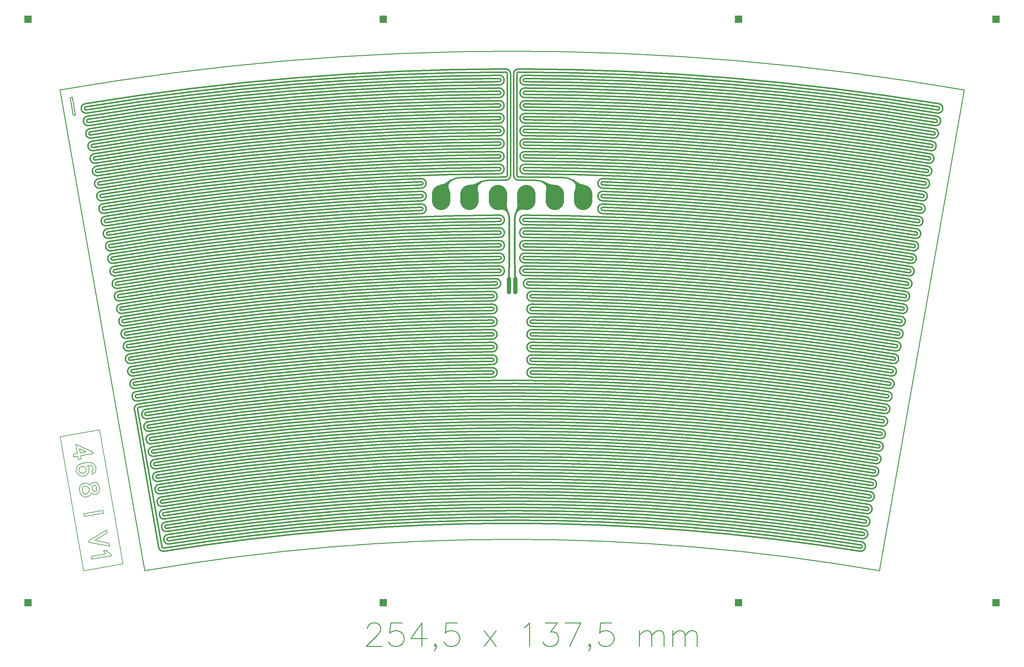
<source format=gbr>
%FSLAX36Y36*%
%MOIN*%
%SFA1.000B1.000*%

%MIA0B0*%
%IPPOS*%
%ADD14C,0.01969*%
%ADD16C,0.20472*%
%ADD18C,0.04724*%
%ADD20C,0.02362*%
%ADD40R,0.03731X0.03731*%
%ADD41R,0.03774X0.03774*%
%ADD42R,0.02611X0.02611*%
%ADD43C,0.01575*%
%ADD62C,0.01000*%
%ADD68R,0.07874X0.07874*%
%ADD74C,0.00738*%
%ADD75C,0.00369*%
%LNcopper.468-i-v1*%
%LPD*%
G54D20*
X6302910Y6296246D03*
X6636958Y6279947D03*
X7324928D03*
X7658975Y6296246D03*
G54D43*
X2252052Y7147407D03*
X2257756Y7112636D03*
X2263460Y7077864D03*
X2269164Y7043093D03*
X2276532Y7008594D03*
X2282234Y6973822D03*
X2287936Y6939051D03*
X2293638Y6904279D03*
X2301011Y6869781D03*
X2306711Y6835009D03*
X2312411Y6800237D03*
X2318111Y6765465D03*
X2325491Y6730968D03*
X2331189Y6696195D03*
X2336887Y6661423D03*
X2342585Y6626650D03*
X2349971Y6592155D03*
X2355667Y6557382D03*
X2361362Y6522609D03*
X2367058Y6487836D03*
X2374451Y6453341D03*
X2380144Y6418568D03*
X2385838Y6383795D03*
X2391532Y6349022D03*
X2398930Y6314528D03*
X2404622Y6279754D03*
X2410314Y6244981D03*
X2416005Y6210207D03*
X2423410Y6175714D03*
X2429100Y6140940D03*
X2434789Y6106166D03*
X2440479Y6071392D03*
X2447890Y6036900D03*
X2453578Y6002126D03*
X2459265Y5967352D03*
X2464952Y5932578D03*
X2472370Y5898086D03*
X2478055Y5863312D03*
X2483740Y5828537D03*
X2489426Y5793763D03*
X2496850Y5759272D03*
X2502533Y5724497D03*
X2508216Y5689723D03*
X2513899Y5654948D03*
X2521330Y5620458D03*
X2527011Y5585683D03*
X2532692Y5550908D03*
X2538372Y5516132D03*
X2545811Y5481644D03*
X2551489Y5446869D03*
X2557167Y5412093D03*
X2562846Y5377317D03*
X2570291Y5342830D03*
X2575967Y5308054D03*
X2581643Y5273278D03*
X2587319Y5238502D03*
X2594771Y5204016D03*
X2600445Y5169239D03*
X2606119Y5134463D03*
X2611793Y5099686D03*
X2619251Y5065201D03*
X2624923Y5030424D03*
X2630594Y4995647D03*
X2636266Y4960871D03*
X2643732Y4926386D03*
X2649401Y4891609D03*
X2655070Y4856832D03*
X2660739Y4822055D03*
X2668212Y4787572D03*
X2673879Y4752794D03*
X2679546Y4718017D03*
X2685213Y4683239D03*
X2692693Y4648757D03*
X2698357Y4613979D03*
X2704022Y4579201D03*
X2709686Y4544423D03*
X2717173Y4509942D03*
X2722835Y4475164D03*
X2728497Y4440385D03*
X2734159Y4405607D03*
X2741654Y4371127D03*
X2747313Y4336348D03*
X2752973Y4301569D03*
X2758632Y4266791D03*
X2766135Y4232312D03*
X2771792Y4197533D03*
X2777449Y4162753D03*
X2783106Y4127974D03*
X2790615Y4093496D03*
X2796270Y4058717D03*
X2801924Y4023937D03*
X2807579Y3989158D03*
X2815096Y3954681D03*
X2820748Y3919901D03*
X2826400Y3885121D03*
X2832052Y3850341D03*
X2839577Y3815865D03*
X2845226Y3781085D03*
X2830701Y3760635D03*
X2796000Y3754517D03*
X2921545Y3757683D03*
X2927098Y3722887D03*
X2932650Y3688091D03*
X2938203Y3653295D03*
X2946028Y3618861D03*
X2951577Y3584065D03*
X2957127Y3549269D03*
X2962677Y3514472D03*
X2970510Y3480040D03*
X2976057Y3445243D03*
X2981604Y3410446D03*
X2987150Y3375649D03*
X2994993Y3341218D03*
X3000537Y3306421D03*
X3006080Y3271623D03*
X3011623Y3236826D03*
X3019476Y3202396D03*
X3025017Y3167598D03*
X3030557Y3132800D03*
X3036097Y3098002D03*
X3043960Y3063574D03*
X3049496Y3028775D03*
X3055033Y2993977D03*
X3060570Y2959179D03*
X3068443Y2924752D03*
X3073976Y2889953D03*
X3079510Y2855154D03*
X3085044Y2820355D03*
X3092926Y2785929D03*
X3098456Y2751129D03*
X3103987Y2716330D03*
X3109517Y2681530D03*
X3117410Y2647106D03*
X3122936Y2612306D03*
X3128463Y2577506D03*
X3133990Y2542706D03*
X3141893Y2508283D03*
X3147417Y2473482D03*
X3152940Y2438682D03*
X3158463Y2403881D03*
X3166377Y2369460D03*
X3171897Y2334659D03*
X3177417Y2299857D03*
X3182937Y2265056D03*
X3120110Y2219314D03*
X3125730Y2184529D03*
X3099950Y2233648D03*
X3065249Y2227529D03*
X10836156Y2184529D03*
X10841775Y2219314D03*
X10847395Y2254100D03*
X10853014Y2288885D03*
X10860629Y2323348D03*
X10866251Y2358132D03*
X10871873Y2392917D03*
X10877496Y2427702D03*
X10885102Y2462166D03*
X10890727Y2496950D03*
X10896352Y2531735D03*
X10901977Y2566519D03*
X10909575Y2600984D03*
X10915203Y2635768D03*
X10920831Y2670552D03*
X10926459Y2705336D03*
X10934048Y2739802D03*
X10939679Y2774586D03*
X10945309Y2809369D03*
X10950940Y2844152D03*
X10958521Y2878620D03*
X10964155Y2913403D03*
X10975422Y2982969D03*
X10969788Y2948186D03*
X10982994Y3017438D03*
X10988630Y3052220D03*
X10994267Y3087003D03*
X10999903Y3121785D03*
X11007467Y3156255D03*
X11013106Y3191038D03*
X11018745Y3225820D03*
X11024384Y3260602D03*
X11031940Y3295073D03*
X11037582Y3329855D03*
X11043224Y3364636D03*
X11048865Y3399418D03*
X11056413Y3433890D03*
X11062058Y3468671D03*
X11067702Y3503453D03*
X11073346Y3538234D03*
X11080887Y3572707D03*
X11086534Y3607488D03*
X11092180Y3642269D03*
X11097827Y3677050D03*
X11105360Y3711524D03*
X11111009Y3746305D03*
X11116659Y3781085D03*
X11122308Y3815865D03*
X11129833Y3850341D03*
X11135485Y3885121D03*
X11141137Y3919901D03*
X11146789Y3954681D03*
X11154306Y3989158D03*
X11159961Y4023937D03*
X11165615Y4058717D03*
X11171270Y4093496D03*
X11178780Y4127974D03*
X11184437Y4162753D03*
X11190094Y4197533D03*
X11195751Y4232312D03*
X11203253Y4266791D03*
X11208912Y4301569D03*
X11214572Y4336348D03*
X11220231Y4371127D03*
X11227726Y4405607D03*
X11233388Y4440385D03*
X11239050Y4475164D03*
X11244712Y4509942D03*
X11252199Y4544423D03*
X11257864Y4579201D03*
X11263528Y4613979D03*
X11269193Y4648757D03*
X11276673Y4683239D03*
X11282339Y4718017D03*
X11288006Y4752794D03*
X11293673Y4787572D03*
X11301146Y4822055D03*
X11306815Y4856832D03*
X11312484Y4891609D03*
X11318154Y4926386D03*
X11325619Y4960871D03*
X11331291Y4995647D03*
X11336962Y5030424D03*
X11342634Y5065201D03*
X11350093Y5099686D03*
X11355767Y5134463D03*
X11361440Y5169239D03*
X11367114Y5204016D03*
X11374566Y5238502D03*
X11380242Y5273278D03*
X11385918Y5308054D03*
X11391594Y5342830D03*
X11399039Y5377317D03*
X11404718Y5412093D03*
X11410396Y5446869D03*
X11416075Y5481644D03*
X11423513Y5516132D03*
X11429194Y5550908D03*
X11434874Y5585683D03*
X11440555Y5620458D03*
X11447986Y5654948D03*
X11453669Y5689723D03*
X11459352Y5724497D03*
X11465035Y5759272D03*
X11472460Y5793763D03*
X11478145Y5828537D03*
X11483830Y5863312D03*
X11489515Y5898086D03*
X11496933Y5932578D03*
X11502620Y5967352D03*
X11508308Y6002126D03*
X11513995Y6036900D03*
X11521407Y6071392D03*
X11527096Y6106166D03*
X11532785Y6140940D03*
X11538475Y6175714D03*
X11545880Y6210207D03*
X11551572Y6244981D03*
X11557263Y6279754D03*
X11562955Y6314528D03*
X11570354Y6349022D03*
X11576047Y6383795D03*
X11581741Y6418568D03*
X11587435Y6453341D03*
X11594827Y6487836D03*
X11600523Y6522609D03*
X11606219Y6557382D03*
X11611914Y6592155D03*
X11619301Y6626650D03*
X11624998Y6661423D03*
X11630696Y6696195D03*
X11636394Y6730968D03*
X11643774Y6765465D03*
X11649474Y6800237D03*
X11655174Y6835009D03*
X11660874Y6869781D03*
X11668248Y6904279D03*
X11673950Y6939051D03*
X11679652Y6973822D03*
X11685354Y7008594D03*
X11692721Y7043093D03*
X11698425Y7077864D03*
X11704129Y7112636D03*
X11709833Y7147407D03*
X7051543Y7532616D03*
X7051458Y7497380D03*
X7033797Y7479761D03*
X6998561D03*
X6963325D03*
X6928088D03*
X6910428Y7497380D03*
X6910342Y7532616D03*
X6839742Y7461886D03*
X6839912Y7426651D03*
X6840083Y7391415D03*
X6840254Y7356179D03*
X6839740Y7320940D03*
X6839912Y7285704D03*
X6840084Y7250468D03*
X6840255Y7215232D03*
X6839739Y7179993D03*
X6839912Y7144757D03*
X6840256Y7074286D03*
X6840084Y7109522D03*
X7122144Y7461886D03*
X7121973Y7426651D03*
X7121802Y7391415D03*
X7121631Y7356179D03*
X7122145Y7320940D03*
X7121973Y7285704D03*
X7121802Y7250468D03*
X7121630Y7215232D03*
X7122146Y7179993D03*
X7121974Y7144757D03*
X7121801Y7109522D03*
X7121629Y7074286D03*
X7122147Y7039047D03*
X7121974Y7003811D03*
X7121801Y6968575D03*
X7121628Y6933339D03*
X7122149Y6898100D03*
X7121975Y6862864D03*
X7121800Y6827629D03*
X7121626Y6792393D03*
X7122150Y6757153D03*
X7121975Y6721918D03*
X7121800Y6686682D03*
X7121625Y6651446D03*
X7122151Y6616207D03*
X7121975Y6580971D03*
X7121800Y6545735D03*
X7121624Y6510500D03*
X7122153Y6475260D03*
X7121976Y6440024D03*
X7121799Y6404789D03*
X7121622Y6369553D03*
X7051371Y6334581D03*
X7051282Y6299345D03*
X7235833Y6298272D03*
X7543601Y6329019D03*
X7033797Y6352199D03*
X6998561D03*
X6963325D03*
X6928088D03*
X6910514Y6334581D03*
X6910603Y6299345D03*
X6726052Y6298272D03*
X6418284Y6329019D03*
X6840263Y6369553D03*
X6840086Y6404789D03*
X6839909Y6440024D03*
X6839733Y6475260D03*
X6840262Y6510500D03*
X6840086Y6545735D03*
X6839910Y6580971D03*
X6839734Y6616207D03*
X6840260Y6651446D03*
X6840085Y6686682D03*
X6839910Y6721918D03*
X6839735Y6757153D03*
X6840259Y6792393D03*
X6840085Y6827629D03*
X6839911Y6862864D03*
X6839737Y6898100D03*
X6840258Y6933339D03*
X6840084Y6968575D03*
X6839911Y7003811D03*
X6839738Y7039047D03*
X5975108Y6316607D03*
X5976373Y6281393D03*
X5977638Y6246180D03*
X5978903Y6210966D03*
X5975098Y6175570D03*
X5976370Y6140357D03*
X5977641Y6105144D03*
X5978913Y6069930D03*
X5975089Y6034533D03*
X5976367Y5999320D03*
X5977645Y5964107D03*
X5978923Y5928894D03*
X6842883Y5911489D03*
X6843059Y5876254D03*
X6843236Y5841018D03*
X6842881Y5770543D03*
X6843059Y5735307D03*
X6843236Y5700071D03*
X6843413Y5664835D03*
X6842880Y5629596D03*
X6843058Y5594360D03*
X6843236Y5559125D03*
X6843415Y5523889D03*
X6842879Y5488649D03*
X6843058Y5453414D03*
X6843237Y5418178D03*
X6843416Y5382942D03*
X6842877Y5347703D03*
X6843057Y5312467D03*
X6843237Y5277231D03*
X6843417Y5241995D03*
X6801752Y5206513D03*
X6801987Y5171278D03*
X6802221Y5136042D03*
X6802456Y5100807D03*
X6762302Y5065272D03*
X6762590Y5030037D03*
X6762878Y4994802D03*
X6763166Y4959567D03*
X6762300Y4924322D03*
X6762589Y4889087D03*
X6762879Y4853852D03*
X6763168Y4818617D03*
X6762297Y4783373D03*
X6762588Y4748138D03*
X6762880Y4712902D03*
X6763171Y4677667D03*
X6762295Y4642423D03*
X6762588Y4607188D03*
X6762880Y4571953D03*
X6763173Y4536718D03*
X6762293Y4501473D03*
X6762587Y4466238D03*
X6762881Y4431003D03*
X6763175Y4395768D03*
X6762290Y4360523D03*
X6762586Y4325288D03*
X6762882Y4290053D03*
X6762288Y4219573D03*
X6762585Y4184338D03*
X6762883Y4149103D03*
X6763180Y4113868D03*
X7198705D03*
X7199003Y4149103D03*
X7199300Y4184338D03*
X7199598Y4219573D03*
X7198707Y4254818D03*
X7199003Y4290053D03*
X7199299Y4325288D03*
X7199595Y4360523D03*
X7198710Y4395768D03*
X7199004Y4431003D03*
X7199298Y4466238D03*
X7199593Y4501473D03*
X7198712Y4536718D03*
X7199005Y4571953D03*
X7199298Y4607188D03*
X7199590Y4642423D03*
X7198715Y4677667D03*
X7199006Y4712902D03*
X7199297Y4748138D03*
X7199588Y4783373D03*
X7198717Y4818617D03*
X7199006Y4853852D03*
X7199296Y4889087D03*
X7199586Y4924322D03*
X7198719Y4959567D03*
X7199007Y4994802D03*
X7199295Y5030037D03*
X7199583Y5065272D03*
X7159429Y5100807D03*
X7159664Y5136042D03*
X7159899Y5171278D03*
X7160133Y5206513D03*
X7118468Y5241995D03*
X7118648Y5277231D03*
X7118828Y5312467D03*
X7119008Y5347703D03*
X7118469Y5382942D03*
X7118648Y5418178D03*
X7118827Y5453414D03*
X7119006Y5488649D03*
X7118471Y5523889D03*
X7118649Y5559125D03*
X7118827Y5594360D03*
X7119005Y5629596D03*
X7118472Y5664835D03*
X7118649Y5700071D03*
X7118826Y5735307D03*
X7119004Y5770543D03*
X7118473Y5805782D03*
X7118650Y5841018D03*
X7118826Y5876254D03*
X7119002Y5911489D03*
X7982963Y5928894D03*
X7984241Y5964107D03*
X7985519Y5999320D03*
X7986797Y6034533D03*
X7982972Y6069930D03*
X7984244Y6105144D03*
X7985515Y6140357D03*
X7986787Y6175570D03*
X7982982Y6210966D03*
X7984247Y6246180D03*
X7985512Y6281393D03*
X7986777Y6316607D03*
G54D14*
X7019942Y5926376D03*
X6941943D03*
X6924464Y5969727D03*
X7037421D03*
X7048096Y6050078D03*
X6913789D03*
X6846637Y5980532D03*
X7115248D03*
G54D62*
X2911035Y1968504D03*
X1971004Y7299685D03*
X11050850Y1968504D03*
X11990881Y7299685D03*
G54D68*
X1616673Y8083882D03*
X5553681D03*
X9490689D03*
X12345212D03*
X1616673Y1614173D03*
X5553681D03*
X9490689D03*
X12345212D03*
G54D14*
X6951415Y5426008D02*
G01Y5860154D01*
X7010470Y5426008D02*
G01Y5860154D01*
G54D20*
X6302910Y6296246D02*
G75*
G03X6193541Y6148843I120118J-203400D01*
G54D16*
Y6070102D02*
G01Y6148843D01*
X6823462Y6070102D02*
G01Y6148843D01*
G54D20*
X6190844Y6239354D02*
G03X6265894Y6269223I-3517J118058D01*
X6302910Y6296246D02*
G03X6273457Y6191421I40039J-67800D01*
G54D40*
X6250506Y6234888D02*
G01X6252567D01*
G54D20*
X6518178Y6238875D02*
G03X6596601Y6258226I12622J117434D01*
X6636958Y6279947D02*
G03X6593479Y6180120I30415J-72629D01*
X6636958Y6279947D02*
G03X6508502Y6148843I91246J-217885D01*
G54D41*
X6576623Y6226871D02*
G01X6578249D01*
G54D16*
X6508502Y6070102D02*
G01Y6148843D01*
G54D14*
X7115248Y5980532D02*
G03X7019942Y5926376I-19723J-76230D01*
X7138423Y6070102D02*
G03X7010470Y5860154I108268J-209948D01*
X6913789Y6050078D02*
G03X6924464Y5969727I115310J-25565D01*
G54D42*
X6888910Y5990496D02*
G01X6902166D01*
G54D14*
X6951415Y5860154D02*
G03X6823462Y6070102I-236221J0D01*
X6941943Y5926376D02*
G03X6846637Y5980532I-75583J-22074D01*
G54D42*
X7059719Y5990496D02*
G01X7072975D01*
G54D16*
X7138423Y6070102D02*
G01Y6148843D01*
G54D14*
X7037421Y5969727D02*
G03X7048096Y6050078I-104635J54786D01*
G54D16*
X7768344Y6070102D02*
G01Y6148843D01*
G54D40*
X7709318Y6234888D02*
G01X7711379D01*
G54D20*
X7688428Y6191421D02*
G03X7658975Y6296246I-69492J37025D01*
X7768344Y6148843D02*
G03X7658975Y6296246I-229487J-55997D01*
X7695991Y6269223D02*
G03X7771041Y6239354I78567J88189D01*
G54D41*
X7383636Y6226871D02*
G01X7385263D01*
G54D20*
X7453384Y6148843D02*
G03X7324928Y6279947I-219702J-86781D01*
X7368406Y6180120D02*
G03X7324928Y6279947I-73894J27198D01*
X7365284Y6258227D02*
G03X7443707Y6238876I65801J98082D01*
G54D16*
X7453384Y6070102D02*
G01Y6148843D01*
G54D18*
X6945510Y5055929D02*
G01Y5205536D01*
X7016376Y5055929D02*
G01Y5205536D01*
G54D14*
X6945510D02*
G03X6951415Y5426008I-4112532J220472D01*
X7010470D02*
G03X7016375Y5205536I4118438D01*
G54D43*
X7658975Y6296246D02*
G03X7543601Y6329018I-120118J-203400D01*
Y6329019D02*
G03X7051371Y6334581I-562659J-28008913D01*
X7033797Y6352199D02*
G03X7051371Y6334581I17618D01*
X7033797Y6352199D02*
G01Y7479761D01*
X7051458Y7497380D02*
G03X7033797Y7479761I-42J-17618D01*
X11704129Y7112636D02*
G03X7051458Y7497380I-4723186J-28792533D01*
X11698425Y7077864D02*
G03X11704129Y7112636I2852J17386D01*
X11698425Y7077864D02*
G03X7122144Y7461886I-4717482J-28757761D01*
Y7461886D02*
G03X7121631Y7356179I-257J-52854D01*
X11679652Y6973822D02*
G03X7121631Y7356179I-4698709J-28653720D01*
X11673950Y6939051D02*
G03X11679652Y6973822I2851J17385D01*
X11673950Y6939051D02*
G03X7122145Y7320940I-4693007J-28618948D01*
Y7320940D02*
G03X7121630Y7215232I-257J-52854D01*
X11655174Y6835009D02*
G03X7121630Y7215233I-4674232J-28514906D01*
X11649474Y6800237D02*
G03X11655174Y6835009I2850J17386D01*
X11649474Y6800237D02*
G03X7122146Y7179993I-4668531J-28480134D01*
Y7179993D02*
G03X7121629Y7074286I-259J-52854D01*
X11630696Y6696195D02*
G03X7121629Y7074286I-4649753J-28376091D01*
X11624998Y6661423D02*
G03X11630696Y6696195I2849J17386D01*
X11624998Y6661423D02*
G03X7122147Y7039047I-4644056J-28341320D01*
Y7039047D02*
G03X7121628Y6933339I-260J-52854D01*
X11606219Y6557382D02*
G03X7121628Y6933340I-4625276J-28237279D01*
X11600523Y6522609D02*
G03X11606219Y6557382I2848J17386D01*
X11600523Y6522609D02*
G03X7122149Y6898100I-4619580J-28202506D01*
Y6898100D02*
G03X7121626Y6792392I-261J-52854D01*
X11581741Y6418568D02*
G03X7121626Y6792393I-4600799J-28098465D01*
X11576047Y6383795D02*
G03X11581741Y6418568I2847J17386D01*
X11576047Y6383795D02*
G03X7122150Y6757154I-4595105J-28063692D01*
Y6757153D02*
G03X7121625Y6651445I-263J-52854D01*
X11557263Y6279754D02*
G03X7121625Y6651446I-4576321J-27959651D01*
X11551572Y6244981D02*
G03X11557263Y6279754I2845J17386D01*
X11551572Y6244981D02*
G03X7122151Y6616207I-4570629J-27924878D01*
Y6616207D02*
G03X7121624Y6510499I-264J-52854D01*
X11532785Y6140940D02*
G03X7121624Y6510499I-4551842J-27820837D01*
X11527096Y6106166D02*
G03X11532785Y6140940I2844J17387D01*
X11527096Y6106166D02*
G03X7122153Y6475260I-4546154J-27786064D01*
Y6475260D02*
G03X7121622Y6369552I-265J-52854D01*
X11508308Y6002126D02*
G03X7121622Y6369553I-4527366J-27682023D01*
X11502620Y5967352D02*
G03X11508308Y6002126I2844J17387D01*
X11502620Y5967352D02*
G03X7986777Y6316607I-4521678J-27647248D01*
Y6316607D02*
G03X7982982Y6210966I-1898J-52821D01*
X11483830Y5863312D02*
G03X7982982Y6210966I-4502887J-27543210D01*
X11478145Y5828537D02*
G03X11483830Y5863312I2842J17387D01*
X11478145Y5828537D02*
G03X7986787Y6175570I-4497202J-27508435D01*
Y6175570D02*
G03X7982972Y6069930I-1907J-52820D01*
X11459352Y5724497D02*
G03X7982972Y6069930I-4478410J-27404395D01*
X11453669Y5689723D02*
G03X11459352Y5724497I2841J17387D01*
X11453669Y5689723D02*
G03X7986797Y6034533I-4472726J-27369619D01*
Y6034533D02*
G03X7982963Y5928894I-1917J-52820D01*
X11434874Y5585683D02*
G03X7982963Y5928893I-4453931J-27265581D01*
X11429194Y5550908D02*
G03X11434874Y5585683I2840J17387D01*
X11429194Y5550908D02*
G03X7119002Y5911490I-4448251J-27230805D01*
Y5911489D02*
G03X7118473Y5805781I-264J-52854D01*
X11410396Y5446869D02*
G03X7118473Y5805783I-4429454J-27126766D01*
X11404718Y5412093D02*
G03X11410396Y5446869I2839J17388D01*
X11404718Y5412093D02*
G03X7119004Y5770543I-4423775J-27091990D01*
Y5770543D02*
G03X7118472Y5664835I-266J-52854D01*
X11385918Y5308054D02*
G03X7118472Y5664835I-4404975J-26987951D01*
X11380242Y5273278D02*
G03X11385918Y5308054I2838J17388D01*
X11380242Y5273278D02*
G03X7119005Y5629596I-4399300J-26953175D01*
Y5629596D02*
G03X7118471Y5523889I-267J-52854D01*
X11361440Y5169239D02*
G03X7118471Y5523889I-4380497J-26849136D01*
X11355767Y5134463D02*
G03X11361440Y5169239I2836J17388D01*
X11355767Y5134463D02*
G03X7119006Y5488650I-4374824J-26814360D01*
Y5488649D02*
G03X7118469Y5382942I-269J-52854D01*
X11336962Y5030424D02*
G03X7118469Y5382942I-4356019J-26710321D01*
X11331291Y4995647D02*
G03X11336962Y5030424I2835J17389D01*
X11331291Y4995647D02*
G03X7119008Y5347702I-4350349J-26675545D01*
Y5347703D02*
G03X7118468Y5241995I-270J-52854D01*
X11312484Y4891609D02*
G03X7118468Y5241995I-4331542J-26571507D01*
X11306815Y4856832D02*
G03X11312484Y4891609I2834J17388D01*
X11306815Y4856832D02*
G03X7160133Y5206513I-4325873J-26536730D01*
Y5206513D02*
G03X7159429Y5100807I-352J-52853D01*
X11288006Y4752794D02*
G03X7159429Y5100807I-4307063J-26432692D01*
X11282339Y4718017D02*
G03X11288006Y4752794I2834J17388D01*
X11282339Y4718017D02*
G03X7199583Y5065272I-4301397J-26397914D01*
Y5065272D02*
G03X7198719Y4959566I-432J-52853D01*
X11263528Y4613979D02*
G03X7198719Y4959567I-4282586J-26293876D01*
X11257864Y4579201D02*
G03X11263528Y4613979I2832J17389D01*
X11257864Y4579201D02*
G03X7199586Y4924322I-4276921J-26259099D01*
Y4924322D02*
G03X7198717Y4818617I-434J-52853D01*
X11239050Y4475164D02*
G03X7198717Y4818618I-4258108J-26155061D01*
X11233388Y4440385D02*
G03X11239050Y4475165I2831J17390D01*
X11233388Y4440385D02*
G03X7199588Y4783372I-4252446J-26120282D01*
Y4783373D02*
G03X7198715Y4677667I-437J-52853D01*
X11214572Y4336348D02*
G03X7198715Y4677667I-4233629J-26016246D01*
X11208912Y4301569D02*
G03X11214572Y4336348I2830J17389D01*
X11208912Y4301569D02*
G03X7199590Y4642422I-4227970J-25981466D01*
Y4642423D02*
G03X7198712Y4536719I-439J-52852D01*
X11190094Y4197533D02*
G03X7198712Y4536718I-4209151J-25877430D01*
X11184437Y4162753D02*
G03X11190094Y4197533I2828J17390D01*
X11184437Y4162753D02*
G03X7199593Y4501473I-4203494J-25842651D01*
Y4501473D02*
G03X7198710Y4395769I-441J-52852D01*
X11165615Y4058717D02*
G03X7198710Y4395768I-4184672J-25738614D01*
X11159961Y4023937D02*
G03X11165615Y4058717I2827J17390D01*
X11159961Y4023937D02*
G03X7199595Y4360523I-4179018J-25703834D01*
Y4360523D02*
G03X7198707Y4254818I-444J-52853D01*
X11141137Y3919901D02*
G03X7198707Y4254818I-4160195J-25599798D01*
X11135485Y3885121D02*
G03X11141137Y3919901I2826J17390D01*
X11135485Y3885121D02*
G03X7199598Y4219573I-4154543J-25565018D01*
Y4219573D02*
G03X7198705Y4113868I-447J-52853D01*
X11116659Y3781085D02*
G03X7198705Y4113868I-4135717J-25460982D01*
X11111009Y3746305D02*
G03X11116659Y3781085I2825J17390D01*
X11111009Y3746305D02*
G03X2921545Y3757683I-4130066J-25426202D01*
Y3757683D02*
G03X2938203Y3653295I8329J-52194D01*
X11092180Y3642269D02*
G03X2938203Y3653295I-4111238J-25322166D01*
X11086534Y3607488D02*
G03X11092180Y3642269I2823J17390D01*
X11086534Y3607488D02*
G03X2946028Y3618861I-4105591J-25287386D01*
Y3618861D02*
G03X2962677Y3514472I8324J-52195D01*
X11067702Y3503453D02*
G03X2962677Y3514472I-4086759J-25183351D01*
X11062058Y3468671D02*
G03X11067702Y3503453I2822J17391D01*
X11062058Y3468671D02*
G03X2970510Y3480039I-4081115J-25148569D01*
Y3480040D02*
G03X2987150Y3375649I8320J-52195D01*
X11043224Y3364636D02*
G03X2987150Y3375649I-4062281J-25044533D01*
X11037582Y3329855D02*
G03X11043224Y3364635I2821J17390D01*
X11037582Y3329855D02*
G03X2994993Y3341218I-4056639J-25009752D01*
Y3341218D02*
G03X3011623Y3236826I8315J-52196D01*
X11018745Y3225820D02*
G03X3011623Y3236826I-4037803J-24905717D01*
X11013106Y3191038D02*
G03X11018745Y3225820I2819J17391D01*
X11013106Y3191038D02*
G03X3019476Y3202397I-4032164J-24870935D01*
Y3202396D02*
G03X3036097Y3098002I8310J-52197D01*
X10994267Y3087003D02*
G03X3036097Y3098002I-4013324J-24766901D01*
X10988630Y3052220D02*
G03X10994267Y3087003I2819J17392D01*
X10988630Y3052220D02*
G03X3043960Y3063574I-4007688J-24732118D01*
Y3063574D02*
G03X3060570Y2959178I8305J-52198D01*
X10969788Y2948186D02*
G03X3060570Y2959179I-3988846J-24628083D01*
X10964155Y2913403D02*
G03X10969788Y2948186I2816J17392D01*
X10964155Y2913403D02*
G03X3068443Y2924751I-3983212J-24593300D01*
Y2924752D02*
G03X3085044Y2820354I8300J-52199D01*
X10945309Y2809369D02*
G03X3085044Y2820354I-3964366J-24489266D01*
X10939679Y2774586D02*
G03X10945309Y2809369I2815J17391D01*
X10939679Y2774586D02*
G03X3092926Y2785929I-3958736J-24454483D01*
Y2785929D02*
G03X3109517Y2681530I8295J-52199D01*
X10920831Y2670552D02*
G03X3109517Y2681530I-3939888J-24350450D01*
X10915203Y2635768D02*
G03X10920831Y2670552I2814J17392D01*
X10915203Y2635768D02*
G03X3117410Y2647106I-3934260J-24315665D01*
Y2647106D02*
G03X3133990Y2542706I8290J-52200D01*
X10896352Y2531735D02*
G03X3133990Y2542706I-3915410J-24211632D01*
X10890727Y2496950D02*
G03X10896352Y2531736I2812J17393D01*
X10890727Y2496950D02*
G03X3141893Y2508283I-3909784J-24176848D01*
Y2508283D02*
G03X3158463Y2403881I8285J-52201D01*
X10871873Y2392917D02*
G03X3158463Y2403881I-3890931J-24072815D01*
X10866251Y2358132D02*
G03X10871873Y2392917I2811J17392D01*
X10866251Y2358132D02*
G03X3166377Y2369460I-3885309J-24038030D01*
Y2369460D02*
G03X3182937Y2265056I8280J-52202D01*
X10847395Y2254100D02*
G03X3182937Y2265057I-3866452J-23933998D01*
X10841775Y2219314D02*
G03X10847395Y2254100I2810J17393D01*
X10841775Y2219314D02*
G03X3120110Y2219314I-3860832J-23899212D01*
X3099950Y2233648D02*
G03X3120110Y2219314I17350J3059D01*
X3099950Y2233648D02*
G01X2830701Y3760635D01*
X2845226Y3781085D02*
G03X2830701Y3760635I2826J-17390D01*
X6763180Y4113868D02*
G03X2845226Y3781085I217762J-25793766D01*
X6763180Y4113868D02*
G03X6762288Y4219573I-446J52852D01*
Y4219573D02*
G03X2826400Y3885121I218655J-25899471D01*
X2820748Y3919901D02*
G03X2826400Y3885121I2826J-17390D01*
X6763178Y4254818D02*
G03X2820748Y3919901I217764J-25934715D01*
X6763178Y4254818D02*
G03X6762290Y4360523I-444J52852D01*
Y4360523D02*
G03X2801924Y4023937I218652J-26040420D01*
X2796270Y4058717D02*
G03X2801924Y4023937I2827J-17390D01*
X6763175Y4395768D02*
G03X2796270Y4058717I217768J-26075665D01*
X6763175Y4395768D02*
G03X6762293Y4501472I-441J52852D01*
Y4501473D02*
G03X2777449Y4162753I218650J-26181370D01*
X2771792Y4197533D02*
G03X2777449Y4162753I2828J-17390D01*
X6763173Y4536718D02*
G03X2771792Y4197533I217770J-26216615D01*
X6763173Y4536718D02*
G03X6762295Y4642422I-439J52852D01*
Y4642423D02*
G03X2752973Y4301569I218648J-26322320D01*
X2747313Y4336348D02*
G03X2752973Y4301569I2830J-17390D01*
X6763171Y4677667D02*
G03X2747313Y4336348I217771J-26357565D01*
X6763171Y4677667D02*
G03X6762297Y4783373I-437J52853D01*
Y4783373D02*
G03X2728497Y4440386I218646J-26463269D01*
X2722835Y4475164D02*
G03X2728497Y4440384I2831J-17390D01*
X6763168Y4818617D02*
G03X2722835Y4475163I217775J-26498514D01*
X6763168Y4818617D02*
G03X6762300Y4924322I-434J52852D01*
Y4924322D02*
G03X2704022Y4579201I218643J-26604219D01*
X2698357Y4613979D02*
G03X2704022Y4579201I2833J-17389D01*
X6763166Y4959567D02*
G03X2698357Y4613979I217777J-26639464D01*
X6763166Y4959567D02*
G03X6762302Y5065273I-432J52853D01*
Y5065272D02*
G03X2679546Y4718017I218641J-26745168D01*
X2673879Y4752794D02*
G03X2679546Y4718017I2834J-17388D01*
X6802456Y5100807D02*
G03X2673879Y4752794I178486J-26780704D01*
X6802456Y5100807D02*
G03X6801752Y5206513I-352J52853D01*
Y5206513D02*
G03X2655070Y4856832I179191J-26886411D01*
X2649401Y4891609D02*
G03X2655070Y4856832I2834J-17388D01*
X6843417Y5241995D02*
G03X2649401Y4891609I137526J-26921892D01*
X6843417Y5241995D02*
G03X6842877Y5347703I-270J52854D01*
Y5347703D02*
G03X2630594Y4995648I138066J-27027600D01*
X2624923Y5030424D02*
G03X2630594Y4995647I2835J-17389D01*
X6843416Y5382942D02*
G03X2624923Y5030424I137526J-27062839D01*
X6843416Y5382942D02*
G03X6842879Y5488649I-269J52853D01*
Y5488649D02*
G03X2606119Y5134462I138064J-27168546D01*
X2600445Y5169239D02*
G03X2606119Y5134463I2837J-17388D01*
X6843415Y5523889D02*
G03X2600445Y5169239I137527J-27203787D01*
X6843415Y5523889D02*
G03X6842880Y5629596I-268J52853D01*
Y5629596D02*
G03X2581643Y5273278I138063J-27309493D01*
X2575967Y5308054D02*
G03X2581643Y5273278I2838J-17388D01*
X6843413Y5664835D02*
G03X2575967Y5308054I137530J-27344732D01*
X6843413Y5664835D02*
G03X6842881Y5770543I-266J52854D01*
Y5770543D02*
G03X2557167Y5412093I138061J-27450440D01*
X2551489Y5446869D02*
G03X2557167Y5412093I2839J-17388D01*
X6843412Y5805782D02*
G03X2551489Y5446869I137530J-27485679D01*
X6843412Y5805782D02*
G03X6842883Y5911490I-264J52854D01*
Y5911489D02*
G03X2532692Y5550907I138060J-27591387D01*
X2527011Y5585683D02*
G03X2532692Y5550908I2840J-17387D01*
X5978923Y5928894D02*
G03X2527011Y5585683I1002019J-27608791D01*
X5978923Y5928894D02*
G03X5975089Y6034533I-1917J52819D01*
Y6034533D02*
G03X2508216Y5689723I1005854J-27714429D01*
X2502533Y5724497D02*
G03X2508216Y5689723I2842J-17387D01*
X5978913Y6069930D02*
G03X2502533Y5724497I1002029J-27749827D01*
X5978913Y6069930D02*
G03X5975098Y6175570I-1907J52820D01*
Y6175570D02*
G03X2483740Y5828537I1005844J-27855468D01*
X2478055Y5863312D02*
G03X2483740Y5828537I2842J-17387D01*
X5978903Y6210966D02*
G03X2478055Y5863311I1002039J-27890863D01*
X5978903Y6210966D02*
G03X5975108Y6316607I-1897J52820D01*
Y6316607D02*
G03X2459265Y5967352I1005835J-27996504D01*
X2453578Y6002126D02*
G03X2459265Y5967352I2843J-17387D01*
X6840263Y6369553D02*
G03X2453578Y6002126I140680J-28049450D01*
X6840263Y6369553D02*
G03X6839733Y6475261I-265J52854D01*
Y6475260D02*
G03X2434789Y6106166I141210J-28155157D01*
X2429100Y6140940D02*
G03X2434789Y6106166I2844J-17387D01*
X6840262Y6510500D02*
G03X2429100Y6140940I140681J-28190398D01*
X6840262Y6510500D02*
G03X6839734Y6616208I-264J52854D01*
Y6616207D02*
G03X2410314Y6244981I141209J-28296104D01*
X2404622Y6279754D02*
G03X2410314Y6244981I2846J-17387D01*
X6840260Y6651446D02*
G03X2404622Y6279754I140683J-28331343D01*
X6840260Y6651446D02*
G03X6839735Y6757154I-263J52854D01*
Y6757153D02*
G03X2385838Y6383794I141207J-28437051D01*
X2380144Y6418568D02*
G03X2385838Y6383795I2847J-17387D01*
X6840259Y6792393D02*
G03X2380144Y6418568I140683J-28472290D01*
X6840259Y6792393D02*
G03X6839737Y6898101I-261J52854D01*
Y6898100D02*
G03X2361362Y6522609I141206J-28577998D01*
X2355667Y6557382D02*
G03X2361362Y6522609I2847J-17387D01*
X6840258Y6933339D02*
G03X2355667Y6557381I140685J-28613235D01*
X6840258Y6933339D02*
G03X6839738Y7039047I-260J52854D01*
Y7039047D02*
G03X2336887Y6661423I141205J-28718944D01*
X2331189Y6696195D02*
G03X2336887Y6661423I2849J-17386D01*
X6840256Y7074286D02*
G03X2331189Y6696195I140687J-28754184D01*
X6840256Y7074286D02*
G03X6839739Y7179993I-259J52854D01*
Y7179993D02*
G03X2312411Y6800237I141203J-28859891D01*
X2306711Y6835009D02*
G03X2312411Y6800237I2850J-17386D01*
X6840255Y7215232D02*
G03X2306711Y6835009I140687J-28895129D01*
X6840255Y7215232D02*
G03X6839740Y7320940I-257J52854D01*
Y7320940D02*
G03X2287936Y6939051I141202J-29000837D01*
X2282234Y6973822D02*
G03X2287936Y6939051I2851J-17385D01*
X6840254Y7356179D02*
G03X2282234Y6973823I140688J-29036077D01*
X6840254Y7356179D02*
G03X6839742Y7461886I-256J52853D01*
Y7461886D02*
G03X2263460Y7077864I141201J-29141783D01*
X2257756Y7112636D02*
G03X2263460Y7077864I2852J-17386D01*
X6910428Y7497380D02*
G03X2257756Y7112636I70515J-29177278D01*
X6928088Y7479761D02*
G03X6910428Y7497380I-17617J1D01*
X6928088Y7479761D02*
G01Y6352199D01*
X6910514Y6334581D02*
G03X6928088Y6352199I-44J17618D01*
X6910514Y6334581D02*
G03X6418284Y6329019I70428J-28014476D01*
Y6329019D02*
G03X6302910Y6296246I4744J-236173D01*
X7324928Y6279947D02*
G03X7235833Y6298272I-91246J-217885D01*
Y6298272D02*
G03X7051282Y6299345I-254892J-27978166D01*
X6998561Y6352199D02*
G03X7051282Y6299345I52854D01*
X6998561Y6352199D02*
G01Y7479761D01*
X7051543Y7532616D02*
G03X6998561Y7479761I-127J-52854D01*
X11709833Y7147407D02*
G03X7051543Y7532615I-4728890J-28827303D01*
X11692721Y7043093D02*
G03X11709833Y7147407I8556J52157D01*
X11692721Y7043093D02*
G03X7121973Y7426651I-4711779J-28722990D01*
Y7426651D02*
G03X7121802Y7391415I-85J-17618D01*
X11685354Y7008594D02*
G03X7121802Y7391415I-4704412J-28688491D01*
X11668248Y6904279D02*
G03X11685354Y7008593I8553J52157D01*
X11668248Y6904279D02*
G03X7121973Y7285704I-4687305J-28584176D01*
Y7285704D02*
G03X7121802Y7250468I-86J-17618D01*
X11660874Y6869781D02*
G03X7121802Y7250468I-4679931J-28549679D01*
X11643774Y6765465D02*
G03X11660874Y6869781I8550J52158D01*
X11643774Y6765465D02*
G03X7121974Y7144758I-4662831J-28445362D01*
Y7144757D02*
G03X7121801Y7109522I-87J-17618D01*
X11636394Y6730968D02*
G03X7121801Y7109522I-4655452J-28410865D01*
X11619301Y6626650D02*
G03X11636394Y6730968I8546J52159D01*
X11619301Y6626650D02*
G03X7121974Y7003810I-4638358J-28306548D01*
Y7003811D02*
G03X7121801Y6968575I-87J-17618D01*
X11611914Y6592155D02*
G03X7121801Y6968575I-4630971J-28272053D01*
X11594827Y6487836D02*
G03X11611914Y6592155I8543J52159D01*
X11594827Y6487836D02*
G03X7121975Y6862864I-4613884J-28167733D01*
Y6862864D02*
G03X7121800Y6827629I-88J-17618D01*
X11587435Y6453341D02*
G03X7121800Y6827629I-4606493J-28133238D01*
X11570354Y6349022D02*
G03X11587435Y6453341I8540J52159D01*
X11570354Y6349022D02*
G03X7121975Y6721918I-4589411J-28028919D01*
Y6721918D02*
G03X7121800Y6686682I-88J-17618D01*
X11562955Y6314528D02*
G03X7121800Y6686682I-4582012J-27994426D01*
X11545880Y6210207D02*
G03X11562955Y6314528I8537J52160D01*
X11545880Y6210207D02*
G03X7121975Y6580971I-4564937J-27890104D01*
Y6580971D02*
G03X7121800Y6545735I-88J-17618D01*
X11538475Y6175714D02*
G03X7121800Y6545735I-4557532J-27855611D01*
X11521407Y6071392D02*
G03X11538475Y6175714I8534J52161D01*
X11521407Y6071392D02*
G03X7121976Y6440024I-4540464J-27751290D01*
Y6440024D02*
G03X7121799Y6404789I-89J-17618D01*
X11513995Y6036900D02*
G03X7121799Y6404789I-4533052J-27716797D01*
X11496933Y5932578D02*
G03X11513995Y6036900I8531J52161D01*
X11496933Y5932578D02*
G03X7985512Y6281394I-4515990J-27612474D01*
Y6281393D02*
G03X7984247Y6246179I-633J-17607D01*
X11489515Y5898086D02*
G03X7984247Y6246179I-4508572J-27577983D01*
X11472460Y5793763D02*
G03X11489515Y5898086I8527J52161D01*
X11472460Y5793763D02*
G03X7985515Y6140357I-4491517J-27473659D01*
Y6140357D02*
G03X7984244Y6105144I-636J-17607D01*
X11465035Y5759272D02*
G03X7984244Y6105143I-4484093J-27439169D01*
X11447986Y5654948D02*
G03X11465035Y5759272I8525J52162D01*
X11447986Y5654948D02*
G03X7985519Y5999320I-4467044J-27334845D01*
Y5999320D02*
G03X7984241Y5964106I-639J-17607D01*
X11440555Y5620458D02*
G03X7984241Y5964106I-4459612J-27300354D01*
X11423513Y5516132D02*
G03X11440555Y5620458I8521J52163D01*
X11423513Y5516132D02*
G03X7118826Y5876253I-4442570J-27196029D01*
Y5876254D02*
G03X7118650Y5841018I-88J-17618D01*
X11416075Y5481644D02*
G03X7118650Y5841018I-4435132J-27161541D01*
X11399039Y5377317D02*
G03X11416075Y5481645I8518J52164D01*
X11399039Y5377317D02*
G03X7118826Y5735307I-4418096J-27057215D01*
Y5735307D02*
G03X7118649Y5700071I-89J-17618D01*
X11391594Y5342830D02*
G03X7118649Y5700071I-4410652J-27022727D01*
X11374566Y5238502D02*
G03X11391594Y5342830I8514J52164D01*
X11374566Y5238502D02*
G03X7118827Y5594360I-4393624J-26918399D01*
Y5594360D02*
G03X7118649Y5559125I-89J-17618D01*
X11367114Y5204016D02*
G03X7118649Y5559125I-4386171J-26883913D01*
X11350093Y5099686D02*
G03X11367114Y5204016I8510J52165D01*
X11350093Y5099686D02*
G03X7118827Y5453413I-4369150J-26779583D01*
Y5453414D02*
G03X7118648Y5418178I-90J-17618D01*
X11342634Y5065201D02*
G03X7118648Y5418178I-4361691J-26745098D01*
X11325619Y4960871D02*
G03X11342634Y5065201I8508J52165D01*
X11325619Y4960871D02*
G03X7118828Y5312467I-4344677J-26640767D01*
Y5312467D02*
G03X7118648Y5277231I-90J-17618D01*
X11318154Y4926386D02*
G03X7118648Y5277231I-4337212J-26606284D01*
X11301146Y4822055D02*
G03X11318154Y4926385I8504J52165D01*
X11301146Y4822055D02*
G03X7159899Y5171278I-4320204J-26501952D01*
Y5171278D02*
G03X7159664Y5136042I-117J-17618D01*
X11293673Y4787572D02*
G03X7159664Y5136042I-4312730J-26467469D01*
X11276673Y4683239D02*
G03X11293673Y4787572I8500J52167D01*
X11276673Y4683239D02*
G03X7199295Y5030037I-4295730J-26363136D01*
Y5030037D02*
G03X7199007Y4994801I-144J-17618D01*
X11269193Y4648757D02*
G03X7199007Y4994802I-4288251J-26328654D01*
X11252199Y4544423D02*
G03X11269193Y4648757I8497J52167D01*
X11252199Y4544423D02*
G03X7199296Y4889087I-4271257J-26224320D01*
Y4889087D02*
G03X7199006Y4853852I-145J-17618D01*
X11244712Y4509942D02*
G03X7199006Y4853852I-4263770J-26189839D01*
X11227726Y4405607D02*
G03X11244712Y4509942I8493J52167D01*
X11227726Y4405607D02*
G03X7199297Y4748137I-4246783J-26085504D01*
Y4748138D02*
G03X7199006Y4712902I-146J-17618D01*
X11220231Y4371127D02*
G03X7199006Y4712902I-4239288J-26051025D01*
X11203253Y4266791D02*
G03X11220231Y4371127I8489J52168D01*
X11203253Y4266791D02*
G03X7199298Y4607188I-4222311J-25946688D01*
Y4607188D02*
G03X7199005Y4571953I-147J-17618D01*
X11195751Y4232312D02*
G03X7199005Y4571953I-4214808J-25912209D01*
X11178780Y4127974D02*
G03X11195751Y4232312I8485J52169D01*
X11178780Y4127974D02*
G03X7199298Y4466238I-4197837J-25807872D01*
Y4466238D02*
G03X7199004Y4431003I-147J-17618D01*
X11171270Y4093496D02*
G03X7199004Y4431003I-4190327J-25773393D01*
X11154306Y3989158D02*
G03X11171270Y4093496I8482J52169D01*
X11154306Y3989158D02*
G03X7199299Y4325288I-4173364J-25669055D01*
Y4325288D02*
G03X7199003Y4290053I-148J-17618D01*
X11146789Y3954681D02*
G03X7199003Y4290053I-4165847J-25634578D01*
X11129833Y3850341D02*
G03X11146789Y3954681I8478J52170D01*
X11129833Y3850341D02*
G03X7199300Y4184338I-4148891J-25530238D01*
Y4184338D02*
G03X7199003Y4149103I-149J-17618D01*
X11122308Y3815865D02*
G03X7199003Y4149103I-4141364J-25495762D01*
X11105360Y3711524D02*
G03X11122308Y3815864I8474J52170D01*
X11105360Y3711524D02*
G03X2927098Y3722887I-4124417J-25391422D01*
Y3722887D02*
G03X2932650Y3688091I2776J-17398D01*
X11097827Y3677050D02*
G03X2932650Y3688091I-4116885J-25356947D01*
X11080887Y3572707D02*
G03X11097827Y3677050I8470J52171D01*
X11080887Y3572707D02*
G03X2951577Y3584065I-4099944J-25252605D01*
Y3584065D02*
G03X2957127Y3549269I2775J-17398D01*
X11073346Y3538234D02*
G03X2957127Y3549269I-4092403J-25218131D01*
X11056413Y3433890D02*
G03X11073346Y3538234I8467J52172D01*
X11056413Y3433890D02*
G03X2976057Y3445243I-4075471J-25113788D01*
Y3445243D02*
G03X2981604Y3410446I2773J-17399D01*
X11048865Y3399418D02*
G03X2981604Y3410446I-4067922J-25079315D01*
X11031940Y3295073D02*
G03X11048865Y3399418I8462J52172D01*
X11031940Y3295073D02*
G03X3000537Y3306421I-4050998J-24974970D01*
Y3306421D02*
G03X3006080Y3271623I2772J-17399D01*
X11024384Y3260602D02*
G03X3006080Y3271623I-4043441J-24940499D01*
X11007467Y3156255D02*
G03X11024384Y3260602I8458J52173D01*
X11007467Y3156255D02*
G03X3025017Y3167598I-4026524J-24836153D01*
Y3167598D02*
G03X3030557Y3132800I2770J-17399D01*
X10999903Y3121785D02*
G03X3030557Y3132800I-4018960J-24801683D01*
X10982994Y3017438D02*
G03X10999903Y3121784I8454J52173D01*
X10982994Y3017438D02*
G03X3049496Y3028775I-4002051J-24697335D01*
Y3028775D02*
G03X3055033Y2993977I2768J-17399D01*
X10975422Y2982969D02*
G03X3055033Y2993977I-3994480J-24662867D01*
X10958521Y2878620D02*
G03X10975422Y2982970I8451J52175D01*
X10958521Y2878620D02*
G03X3073976Y2889952I-3977578J-24558517D01*
Y2889953D02*
G03X3079510Y2855154I2767J-17400D01*
X10950940Y2844152D02*
G03X3079510Y2855153I-3969997J-24524049D01*
X10934048Y2739802D02*
G03X10950940Y2844152I8446J52175D01*
X10934048Y2739802D02*
G03X3098456Y2751129I-3953105J-24419700D01*
Y2751129D02*
G03X3103987Y2716330I2765J-17400D01*
X10926459Y2705336D02*
G03X3103987Y2716330I-3945516J-24385233D01*
X10909575Y2600984D02*
G03X10926459Y2705336I8442J52176D01*
X10909575Y2600984D02*
G03X3122936Y2612306I-3928632J-24280881D01*
Y2612306D02*
G03X3128463Y2577506I2763J-17400D01*
X10901977Y2566519D02*
G03X3128463Y2577506I-3921035J-24246416D01*
X10885102Y2462166D02*
G03X10901977Y2566520I8437J52177D01*
X10885102Y2462166D02*
G03X3147417Y2473482I-3904159J-24142063D01*
Y2473482D02*
G03X3152940Y2438682I2762J-17400D01*
X10877496Y2427702D02*
G03X3152940Y2438682I-3896553J-24107599D01*
X10860629Y2323348D02*
G03X10877496Y2427702I8434J52177D01*
X10860629Y2323348D02*
G03X3171897Y2334659I-3879686J-24003245D01*
Y2334659D02*
G03X3177417Y2299857I2760J-17401D01*
X10853014Y2288885D02*
G03X3177417Y2299858I-3872071J-23968783D01*
X10836156Y2184529D02*
G03X10853014Y2288885I8429J52178D01*
X10836156Y2184529D02*
G03X3125730Y2184529I-3855213J-23864426D01*
X3065249Y2227529D02*
G03X3125730Y2184529I52052J9178D01*
X3065249Y2227529D02*
G01X2796000Y3754517D01*
X2839577Y3815865D02*
G03X2796000Y3754517I8474J-52170D01*
X6762883Y4149103D02*
G03X2839577Y3815865I218059J-25829000D01*
X6762883Y4149103D02*
G03X6762585Y4184338I-149J17617D01*
Y4184338D02*
G03X2832052Y3850341I218358J-25864235D01*
X2815096Y3954681D02*
G03X2832052Y3850341I8478J-52170D01*
X6762882Y4290053D02*
G03X2815096Y3954681I218060J-25969950D01*
X6762882Y4290053D02*
G03X6762586Y4325288I-148J17617D01*
Y4325288D02*
G03X2807579Y3989158I218357J-26005185D01*
X2790615Y4093496D02*
G03X2807579Y3989158I8482J-52169D01*
X6762881Y4431003D02*
G03X2790615Y4093496I218061J-26110901D01*
X6762881Y4431003D02*
G03X6762587Y4466238I-147J17617D01*
Y4466238D02*
G03X2783106Y4127974I218356J-26146135D01*
X2766135Y4232312D02*
G03X2783106Y4127974I8485J-52169D01*
X6762880Y4571953D02*
G03X2766135Y4232312I218063J-26251850D01*
X6762880Y4571953D02*
G03X6762588Y4607188I-146J17617D01*
Y4607188D02*
G03X2758632Y4266791I218355J-26287085D01*
X2741654Y4371127D02*
G03X2758632Y4266791I8489J-52168D01*
X6762880Y4712902D02*
G03X2741654Y4371126I218063J-26392799D01*
X6762880Y4712902D02*
G03X6762588Y4748138I-146J17618D01*
Y4748138D02*
G03X2734159Y4405607I218354J-26428034D01*
X2717173Y4509942D02*
G03X2734159Y4405607I8493J-52168D01*
X6762879Y4853852D02*
G03X2717173Y4509942I218063J-26533749D01*
X6762879Y4853852D02*
G03X6762589Y4889087I-145J17617D01*
Y4889087D02*
G03X2709686Y4544423I218353J-26568984D01*
X2692693Y4648757D02*
G03X2709686Y4544423I8496J-52167D01*
X6762878Y4994802D02*
G03X2692693Y4648757I218065J-26674699D01*
X6762878Y4994802D02*
G03X6762590Y5030038I-144J17618D01*
Y5030037D02*
G03X2685213Y4683239I218353J-26709934D01*
X2668212Y4787572D02*
G03X2685213Y4683238I8501J-52167D01*
X6802221Y5136042D02*
G03X2668212Y4787571I178721J-26815939D01*
X6802221Y5136042D02*
G03X6801987Y5171278I-117J17618D01*
Y5171278D02*
G03X2660739Y4822055I178956J-26851175D01*
X2643732Y4926386D02*
G03X2660739Y4822056I8503J-52165D01*
X6843237Y5277231D02*
G03X2643732Y4926386I137706J-26957129D01*
X6843237Y5277231D02*
G03X6843057Y5312467I-90J17618D01*
Y5312467D02*
G03X2636266Y4960871I137885J-26992364D01*
X2619251Y5065201D02*
G03X2636266Y4960871I8508J-52165D01*
X6843237Y5418178D02*
G03X2619251Y5065201I137705J-27098076D01*
X6843237Y5418178D02*
G03X6843058Y5453414I-90J17618D01*
Y5453414D02*
G03X2611793Y5099687I137885J-27133311D01*
X2594771Y5204016D02*
G03X2611793Y5099686I8511J-52165D01*
X6843236Y5559125D02*
G03X2594771Y5204016I137707J-27239022D01*
X6843236Y5559125D02*
G03X6843058Y5594360I-89J17618D01*
Y5594360D02*
G03X2587319Y5238502I137884J-27274257D01*
X2570291Y5342830D02*
G03X2587319Y5238502I8514J-52164D01*
X6843236Y5700071D02*
G03X2570291Y5342830I137707J-27379968D01*
X6843236Y5700071D02*
G03X6843059Y5735307I-89J17618D01*
Y5735307D02*
G03X2562846Y5377317I137883J-27415204D01*
X2545811Y5481644D02*
G03X2562846Y5377316I8517J-52164D01*
X6843236Y5841018D02*
G03X2545811Y5481644I137707J-27520915D01*
X6843236Y5841018D02*
G03X6843059Y5876254I-88J17618D01*
Y5876254D02*
G03X2538372Y5516133I137883J-27556151D01*
X2521330Y5620458D02*
G03X2538372Y5516132I8521J-52163D01*
X5977645Y5964107D02*
G03X2521330Y5620459I1003297J-27644004D01*
X5977645Y5964107D02*
G03X5976367Y5999319I-639J17606D01*
Y5999320D02*
G03X2513899Y5654948I1004576J-27679217D01*
X2496850Y5759272D02*
G03X2513899Y5654948I8525J-52162D01*
X5977641Y6105144D02*
G03X2496850Y5759273I1003302J-27785042D01*
X5977641Y6105144D02*
G03X5976370Y6140357I-636J17606D01*
Y6140357D02*
G03X2489426Y5793763I1004573J-27820254D01*
X2472370Y5898086D02*
G03X2489426Y5793763I8528J-52161D01*
X5977638Y6246180D02*
G03X2472370Y5898086I1003304J-27926078D01*
X5977638Y6246180D02*
G03X5976373Y6281394I-633J17607D01*
Y6281393D02*
G03X2464952Y5932577I1004570J-27961290D01*
X2447890Y6036900D02*
G03X2464952Y5932578I8531J-52161D01*
X6840086Y6404789D02*
G03X2447890Y6036900I140856J-28084687D01*
X6840086Y6404789D02*
G03X6839909Y6440024I-89J17617D01*
Y6440024D02*
G03X2440479Y6071392I141033J-28119922D01*
X2423410Y6175714D02*
G03X2440479Y6071392I8535J-52161D01*
X6840086Y6545735D02*
G03X2423410Y6175714I140856J-28225632D01*
X6840086Y6545735D02*
G03X6839910Y6580971I-88J17618D01*
Y6580971D02*
G03X2416005Y6210207I141033J-28260868D01*
X2398930Y6314528D02*
G03X2416005Y6210207I8537J-52161D01*
X6840085Y6686682D02*
G03X2398930Y6314528I140857J-28366579D01*
X6840085Y6686682D02*
G03X6839910Y6721918I-88J17618D01*
Y6721918D02*
G03X2391532Y6349022I141033J-28401815D01*
X2374451Y6453341D02*
G03X2391532Y6349022I8540J-52160D01*
X6840085Y6827629D02*
G03X2374451Y6453341I140858J-28507527D01*
X6840085Y6827629D02*
G03X6839911Y6862864I-87J17617D01*
Y6862864D02*
G03X2367058Y6487836I141032J-28542761D01*
X2349971Y6592155D02*
G03X2367058Y6487836I8543J-52160D01*
X6840084Y6968575D02*
G03X2349971Y6592155I140858J-28648471D01*
X6840084Y6968575D02*
G03X6839911Y7003811I-87J17618D01*
Y7003811D02*
G03X2342585Y6626650I141032J-28683708D01*
X2325491Y6730968D02*
G03X2342585Y6626650I8547J-52159D01*
X6840084Y7109522D02*
G03X2325491Y6730968I140858J-28789419D01*
X6840084Y7109522D02*
G03X6839912Y7144757I-86J17617D01*
Y7144757D02*
G03X2318111Y6765464I141031J-28824655D01*
X2301011Y6869781D02*
G03X2318111Y6765465I8550J-52158D01*
X6840084Y7250468D02*
G03X2301011Y6869781I140858J-28930366D01*
X6840084Y7250468D02*
G03X6839912Y7285704I-86J17618D01*
Y7285704D02*
G03X2293638Y6904279I141030J-28965601D01*
X2276532Y7008594D02*
G03X2293638Y6904280I8553J-52157D01*
X6840083Y7391415D02*
G03X2276532Y7008594I140860J-29071312D01*
X6840083Y7391415D02*
G03X6839912Y7426651I-85J17618D01*
Y7426651D02*
G03X2269164Y7043093I141030J-29106548D01*
X2252052Y7147407D02*
G03X2269164Y7043093I8556J-52157D01*
X6910342Y7532616D02*
G03X2252052Y7147407I70601J-29212513D01*
X6963325Y7479761D02*
G03X6910342Y7532616I-52854J0D01*
X6963325Y7479761D02*
G01Y6352199D01*
X6910603Y6299345D02*
G03X6963325Y6352199I-132J52854D01*
X6910603Y6299345D02*
G03X6726052Y6298272I70341J-27979223D01*
Y6298272D02*
G03X6636958Y6279947I2152J-236211D01*
G54D62*
X11050850Y1968504D02*
G03X2911035Y1968504I-4069907J-23648402D01*
X11050850D02*
G01X11990881Y7299685D01*
Y7299685D02*
G03X1971004Y7299685I-5009939J-28979582D01*
Y7299685D02*
G01X2911035Y1968504D01*
X2082099Y7214614D02*
G01X2106309Y7219014D01*
X2141506Y7025336*
X2117297Y7020936*
X2082099Y7214614*
G54D74*
X2360178Y2845926D02*
G01X2369188Y2847515D01*
X2375269Y2851934*
X2377881Y2869575*
X2372566Y2899720*
X2364079Y2915391*
X2356845Y2917477*
X2347847Y2915891*
X2337534Y2908397*
X2333860Y2903055*
X2327143Y2879754*
X2328370Y2872794*
X2342659Y2853100*
X2347892Y2849434*
X2360178Y2845926*
X2671536Y2045094D02*
G01X2235352Y1968183D01*
X2325170Y2096457D02*
G01X2319750Y2127195D01*
Y2127195D02*
G01X2478458Y2155179D01*
Y2155179D02*
G01X2477207Y2156047D01*
Y2156047D02*
G01X2453307Y2188560D01*
Y2188560D02*
G01X2486523Y2194417D01*
X2502056Y2173726*
X2536574Y2149330*
X2539241Y2134204*
X2325170Y2096457*
X2520315Y2241540D02*
G01X2291845Y2285450D01*
X2289230Y2300281*
X2488899Y2419709*
X2494596Y2387402*
X2358653Y2304879*
X2514643Y2273710*
X2520315Y2241540*
X2241791Y2569325D02*
G01X2236372Y2600055D01*
X2450444Y2637801*
X2455862Y2607072*
X2241791Y2569325*
X2229110Y3015950D02*
G01X2195707Y3020806D01*
X2169853Y3039028*
X2153739Y3068692*
X2151525Y3081247*
X2156522Y3114630*
X2174787Y3140887*
X2213858Y3158267*
X2262183Y3166788*
X2312701Y3165824*
X2348987Y3149731*
X2365598Y3118983*
X2369428Y3097259*
X2364296Y3061756*
X2329516Y3036206*
X2323643Y3069515*
X2335352Y3078367*
X2338062Y3095341*
X2335443Y3110191*
X2325976Y3127396*
X2309627Y3134503*
X2276438Y3135350*
X2292341Y3106076*
X2294555Y3093521*
X2289555Y3060119*
X2271341Y3034137*
X2241639Y3018159*
X2229110Y3015950*
X2250000Y2785437D02*
G01X2225876Y2792407D01*
X2211511Y2802710*
X2195422Y2832295*
X2188371Y2872284*
X2193370Y2905582*
X2203326Y2920183*
X2223587Y2935110*
X2256181Y2940857*
X2280397Y2933809*
Y2933809D02*
G01X2304890Y2916699D01*
Y2916699D02*
G01X2305124Y2916381D01*
X2305226Y2916736*
Y2916736D02*
G01X2314930Y2930551D01*
Y2930551D02*
G01X2335179Y2945319D01*
X2358657Y2949459*
X2385459Y2941728*
X2402447Y2910001*
X2409489Y2870063*
X2404346Y2834622*
X2381855Y2818041*
X2358331Y2813893*
X2334237Y2820970*
Y2820970D02*
G01X2320410Y2830621D01*
Y2830621D02*
G01X2320194Y2830919D01*
X2320086Y2830553*
Y2830553D02*
G01X2302936Y2805967D01*
Y2805967D02*
G01X2282552Y2791177D01*
X2250000Y2785437*
X2409688Y3530107D02*
G01X1973504Y3453196D01*
X2251794Y2817460D02*
G01X2269995Y2820669D01*
X2280225Y2828139*
X2291493Y2844191*
Y2844191D02*
G01X2298799Y2869224D01*
Y2869224D02*
G01X2298122Y2873062D01*
Y2873062D02*
G01X2282719Y2893981D01*
Y2893981D02*
G01X2266607Y2905234D01*
X2254410Y2908860*
X2236276Y2905663*
Y2905663D02*
G01X2226016Y2898111D01*
Y2898111D02*
G01X2223275Y2894016D01*
X2223274D02*
G01X2219971Y2872803D01*
Y2872803D02*
G01X2225267Y2842766D01*
Y2842766D02*
G01X2235652Y2823905D01*
Y2823905D02*
G01X2239639Y2820931D01*
X2251794Y2817460*
X1973504Y3453196D02*
G01X2235352Y1968183D01*
G54D75*
X2237196Y1968184D02*
G03X2237196Y1968184I-1845D01*
G54D74*
X2228012Y3047450D02*
G01X2231973Y3048148D01*
Y3048148D02*
G01X2256776Y3066419D01*
Y3066419D02*
G01X2260513Y3075398D01*
Y3075398D02*
G01X2263038Y3091456D01*
Y3091456D02*
G01X2262019Y3097235D01*
X2254154Y3111463*
Y3111463D02*
G01X2247561Y3118634D01*
X2219387Y3127015*
X2196813Y3116975*
X2186467Y3106940*
Y3106940D02*
G01X2182855Y3083297D01*
Y3083297D02*
G01X2183872Y3077527D01*
Y3077527D02*
G01X2191851Y3063317D01*
Y3063317D02*
G01X2198455Y3056136D01*
X2228012Y3047450*
X2177278Y3202209D02*
G01X2170811Y3238884D01*
X2125149Y3230832*
X2119729Y3261570*
X2165391Y3269622*
X2147440Y3371429*
X2336310Y3285081*
X2339220Y3268579*
X2201549Y3244304*
X2208016Y3207629*
X2177278Y3202209*
X2196129Y3275042D02*
G01X2260518Y3286395D01*
X2188239Y3319788*
X2196129Y3275042*
G54D75*
X1975348Y3453196D02*
G03X1975348Y3453196I-1845D01*
G54D74*
X2409688Y3530107D02*
G01X2671536Y2045094D01*
G54D75*
X2673381Y2045095D02*
G03X2673381Y2045095I-1845D01*
X2411533Y3530108D02*
G03X2411533Y3530108I-1845D01*
G54D62*
G01X5377685Y1327827D02*
Y1340130D01*
X5389988Y1364736D01*
X5402291Y1377039D01*
X5426898Y1389343D01*
X5476110D01*
X5500717Y1377039D01*
X5513020Y1364736D01*
X5525323Y1340130D01*
Y1315524D01*
X5513020Y1290917D01*
X5488413Y1254008D01*
X5365382Y1130976D01*
X5537626D01*
X5759083Y1389343D02*
X5636051D01*
X5623748Y1278614D01*
X5636051Y1290917D01*
X5672961Y1303220D01*
X5709870D01*
X5746780Y1290917D01*
X5771386Y1266311D01*
X5783689Y1229402D01*
Y1204795D01*
X5771386Y1167886D01*
X5746780Y1143280D01*
X5709870Y1130976D01*
X5672961D01*
X5636051Y1143280D01*
X5623748Y1155583D01*
X5611445Y1180189D01*
X5980539Y1389343D02*
X5857508Y1217098D01*
X6042055D01*
X5980539Y1389343D02*
Y1130976D01*
X6140480Y1143280D02*
X6128177Y1130976D01*
X6115874Y1143280D01*
X6128177Y1155583D01*
X6140480Y1143280D01*
Y1118673D01*
X6128177Y1094067D01*
X6115874Y1081764D01*
X6374240Y1389343D02*
X6251209D01*
X6238906Y1278614D01*
X6251209Y1290917D01*
X6288118Y1303220D01*
X6325028D01*
X6361937Y1290917D01*
X6386543Y1266311D01*
X6398846Y1229402D01*
Y1204795D01*
X6386543Y1167886D01*
X6361937Y1143280D01*
X6325028Y1130976D01*
X6288118D01*
X6251209Y1143280D01*
X6238906Y1155583D01*
X6226602Y1180189D01*
X6669516Y1303220D02*
X6804850Y1130976D01*
Y1303220D02*
X6669516Y1130976D01*
X7112429Y1340130D02*
X7137035Y1352433D01*
X7173945Y1389343D01*
Y1130976D01*
X7346189Y1389343D02*
X7481524D01*
X7407705Y1290917D01*
X7444614D01*
X7469220Y1278614D01*
X7481524Y1266311D01*
X7493827Y1229402D01*
Y1204795D01*
X7481524Y1167886D01*
X7456917Y1143280D01*
X7420008Y1130976D01*
X7383098D01*
X7346189Y1143280D01*
X7333886Y1155583D01*
X7321583Y1180189D01*
X7739890Y1389343D02*
X7616858Y1130976D01*
X7567646Y1389343D02*
X7739890D01*
X7850618Y1143280D02*
X7838315Y1130976D01*
X7826012Y1143280D01*
X7838315Y1155583D01*
X7850618Y1143280D01*
Y1118673D01*
X7838315Y1094067D01*
X7826012Y1081764D01*
X8084378Y1389343D02*
X7961346D01*
X7949043Y1278614D01*
X7961346Y1290917D01*
X7998256Y1303220D01*
X8035165D01*
X8072075Y1290917D01*
X8096681Y1266311D01*
X8108984Y1229402D01*
Y1204795D01*
X8096681Y1167886D01*
X8072075Y1143280D01*
X8035165Y1130976D01*
X7998256D01*
X7961346Y1143280D01*
X7949043Y1155583D01*
X7936740Y1180189D01*
X8391957Y1303220D02*
Y1130976D01*
Y1254008D02*
X8428866Y1290917D01*
X8453472Y1303220D01*
X8490382D01*
X8514988Y1290917D01*
X8527291Y1254008D01*
Y1130976D01*
Y1254008D02*
X8564201Y1290917D01*
X8588807Y1303220D01*
X8625717D01*
X8650323Y1290917D01*
X8662626Y1254008D01*
Y1130976D01*
X8761051Y1303220D02*
Y1130976D01*
Y1254008D02*
X8797961Y1290917D01*
X8822567Y1303220D01*
X8859476D01*
X8884083Y1290917D01*
X8896386Y1254008D01*
Y1130976D01*
Y1254008D02*
X8933295Y1290917D01*
X8957902Y1303220D01*
X8994811D01*
X9019417Y1290917D01*
X9031720Y1254008D01*
Y1130976D01*
M02*

</source>
